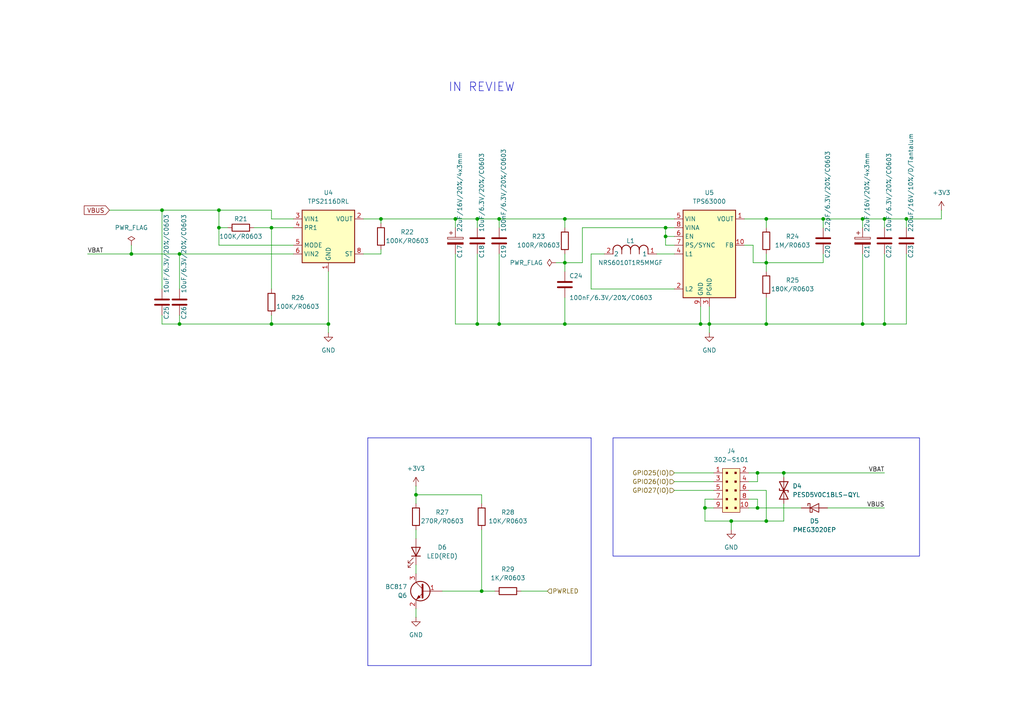
<source format=kicad_sch>
(kicad_sch (version 20231120) (generator "eeschema") (generator_version "8.0")
  (paper "A4")
  (title_block (title "ESP32 embedded application") (date "2024-10-26") (rev "C") (comment 1 "Author: Nicolae-Andrei Prodan") (comment 2 "ESP32 embedded hardware application"))
  (lib_symbols
    (symbol "2024-10-22_19-12-48:NRS6010T1R5MMGF" (pin_names (offset 0.254))
      (property "Reference" "L" (at 6.985 5.08 0))
      (property "Value" "NRS6010T1R5MMGF" (at 6.985 -2.54 0))
      (symbol "NRS6010T1R5MMGF_1_1"
        (polyline (pts (xy 2.54 0) (xy 2.54 1.27)) (stroke (width 0.2032)))
        (polyline (pts (xy 5.08 0) (xy 5.08 1.27)) (stroke (width 0.2032)))
        (polyline (pts (xy 7.62 0) (xy 7.62 1.27)) (stroke (width 0.2032)))
        (polyline (pts (xy 10.16 0) (xy 10.16 1.27)) (stroke (width 0.2032)))
        (polyline (pts (xy 12.7 0) (xy 12.7 1.27)) (stroke (width 0.2032)))
        (arc (start 5.08 1.27) (mid 3.81 2.5344) (end 2.54 1.27) (stroke (width 0.254)))
        (arc (start 7.62 1.27) (mid 6.35 2.5344) (end 5.08 1.27) (stroke (width 0.254)))
        (arc (start 10.16 1.27) (mid 8.89 2.5344) (end 7.62 1.27) (stroke (width 0.254)))
        (arc (start 12.7 1.27) (mid 11.43 2.5344) (end 10.16 1.27) (stroke (width 0.254)))
        (pin bidirectional line (at 15.24 0 180) (length 2.54) (name "1") (number "1"))
        (pin bidirectional line (at 0 0 0) (length 2.54) (name "2") (number "2"))
      )
      (symbol "NRS6010T1R5MMGF_1_2"
        (arc (start -1.27 5.08) (mid -2.5344 3.81) (end -1.27 2.54) (stroke (width 0.254)))
        (arc (start -1.27 7.62) (mid -2.5344 6.35) (end -1.27 5.08) (stroke (width 0.254)))
        (arc (start -1.27 10.16) (mid -2.5344 8.89) (end -1.27 7.62) (stroke (width 0.254)))
        (arc (start -1.27 12.7) (mid -2.5344 11.43) (end -1.27 10.16) (stroke (width 0.254)))
        (polyline (pts (xy 0 2.54) (xy -1.27 2.54)) (stroke (width 0.2032)))
        (polyline (pts (xy 0 5.08) (xy -1.27 5.08)) (stroke (width 0.2032)))
        (polyline (pts (xy 0 7.62) (xy -1.27 7.62)) (stroke (width 0.2032)))
        (polyline (pts (xy 0 10.16) (xy -1.27 10.16)) (stroke (width 0.2032)))
        (polyline (pts (xy 0 12.7) (xy -1.27 12.7)) (stroke (width 0.2032)))
        (pin unspecified line (at 0 15.24 270) (length 2.54) (name "1") (number "1"))
        (pin unspecified line (at 0 0 90) (length 2.54) (name "2") (number "2"))
      )
    )
    (symbol "Device:C" (pin_numbers hide) (pin_names (offset 0.254))
      (property "Reference" "C" (at 0.635 2.54 0))
      (property "Value" "C" (at 0.635 -2.54 0))
      (symbol "C_0_1"
        (polyline (pts (xy -2.032 -0.762) (xy 2.032 -0.762)) (stroke (width 0.508)))
        (polyline (pts (xy -2.032 0.762) (xy 2.032 0.762)) (stroke (width 0.508)))
      )
      (symbol "C_1_1"
        (pin passive line (at 0 3.81 270) (length 2.794) (name "~") (number "1"))
        (pin passive line (at 0 -3.81 90) (length 2.794) (name "~") (number "2"))
      )
    )
    (symbol "Device:C_Polarized" (pin_numbers hide) (pin_names (offset 0.254))
      (property "Reference" "C" (at 0.635 2.54 0))
      (property "Value" "C_Polarized" (at 0.635 -2.54 0))
      (symbol "C_Polarized_0_1"
        (rectangle (start -2.286 0.508) (end 2.286 1.016))
        (polyline (pts (xy -1.778 2.286) (xy -0.762 2.286)))
        (polyline (pts (xy -1.27 2.794) (xy -1.27 1.778)))
        (rectangle (start 2.286 -0.508) (end -2.286 -1.016) (fill (type outline)))
      )
      (symbol "C_Polarized_1_1"
        (pin passive line (at 0 3.81 270) (length 2.794) (name "~") (number "1"))
        (pin passive line (at 0 -3.81 90) (length 2.794) (name "~") (number "2"))
      )
    )
    (symbol "Device:LED" (pin_numbers hide) (pin_names (offset 1.016) hide)
      (property "Reference" "D" (at 0 2.54 0))
      (property "Value" "LED" (at 0 -2.54 0))
      (symbol "LED_0_1"
        (polyline (pts (xy -1.27 -1.27) (xy -1.27 1.27)) (stroke (width 0.254)))
        (polyline (pts (xy -1.27 0) (xy 1.27 0)))
        (polyline (pts (xy 1.27 -1.27) (xy 1.27 1.27) (xy -1.27 0) (xy 1.27 -1.27)) (stroke (width 0.254)))
        (polyline (pts (xy -3.048 -0.762) (xy -4.572 -2.286) (xy -3.81 -2.286) (xy -4.572 -2.286) (xy -4.572 -1.524)))
        (polyline (pts (xy -1.778 -0.762) (xy -3.302 -2.286) (xy -2.54 -2.286) (xy -3.302 -2.286) (xy -3.302 -1.524)))
      )
      (symbol "LED_1_1"
        (pin passive line (at -3.81 0 0) (length 2.54) (name "K") (number "1"))
        (pin passive line (at 3.81 0 180) (length 2.54) (name "A") (number "2"))
      )
    )
    (symbol "Device:R" (pin_numbers hide) (pin_names (offset 0))
      (property "Reference" "R" (at 2.032 0 90))
      (property "Value" "R" (at 0 0 90))
      (symbol "R_0_1"
        (rectangle (start -1.016 -2.54) (end 1.016 2.54) (stroke (width 0.254)))
      )
      (symbol "R_1_1"
        (pin passive line (at 0 3.81 270) (length 1.27) (name "~") (number "1"))
        (pin passive line (at 0 -3.81 90) (length 1.27) (name "~") (number "2"))
      )
    )
    (symbol "Diode:PMEG3020ER" (pin_numbers hide) (pin_names hide)
      (property "Reference" "D" (at 0 2.54 0))
      (property "Value" "PMEG3020ER" (at 0 -2.54 0))
      (symbol "PMEG3020ER_0_1"
        (polyline (pts (xy 1.27 0) (xy -1.27 0)))
        (polyline (pts (xy 1.27 1.27) (xy 1.27 -1.27) (xy -1.27 0) (xy 1.27 1.27)) (stroke (width 0.2032)))
        (polyline (pts (xy -1.905 0.635) (xy -1.905 1.27) (xy -1.27 1.27) (xy -1.27 -1.27) (xy -0.635 -1.27) (xy -0.635 -0.635)) (stroke (width 0.2032)))
      )
      (symbol "PMEG3020ER_1_1"
        (pin passive line (at -3.81 0 0) (length 2.54) (name "K") (number "1"))
        (pin passive line (at 3.81 0 180) (length 2.54) (name "A") (number "2"))
      )
    )
    (symbol "Power_Management:TPS2116DRL"
      (property "Reference" "U" (at -7.874 9.144 0))
      (property "Value" "TPS2116DRL" (at 0.508 -8.89 0))
      (symbol "TPS2116DRL_0_1"
        (rectangle (start -7.62 7.62) (end 7.62 -7.62) (stroke (width 0.254)) (fill (type background)))
      )
      (symbol "TPS2116DRL_1_0"
        (pin power_out line (at 10.16 5.08 180) (length 2.54) hide (name "VOUT") (number "7"))
      )
      (symbol "TPS2116DRL_1_1"
        (pin power_in line (at 0 -10.16 90) (length 2.54) (name "GND") (number "1"))
        (pin power_out line (at 10.16 5.08 180) (length 2.54) (name "VOUT") (number "2"))
        (pin power_in line (at -10.16 5.08 0) (length 2.54) (name "VIN1") (number "3"))
        (pin input line (at -10.16 2.54 0) (length 2.54) (name "PR1") (number "4"))
        (pin input line (at -10.16 -2.54 0) (length 2.54) (name "MODE") (number "5"))
        (pin power_in line (at -10.16 -5.08 0) (length 2.54) (name "VIN2") (number "6"))
        (pin open_collector line (at 10.16 -5.08 180) (length 2.54) (name "ST") (number "8"))
      )
    )
    (symbol "Regulator_Switching:TPS63000"
      (property "Reference" "U" (at -7.62 13.97 0))
      (property "Value" "TPS63000" (at 5.08 13.97 0))
      (symbol "TPS63000_0_1"
        (rectangle (start -7.62 12.7) (end 7.62 -12.7) (stroke (width 0.254)) (fill (type background)))
      )
      (symbol "TPS63000_1_1"
        (pin power_out line (at 10.16 10.16 180) (length 2.54) (name "VOUT") (number "1"))
        (pin input line (at 10.16 2.54 180) (length 2.54) (name "FB") (number "10"))
        (pin passive line (at 0 -15.24 90) (length 2.54) hide (name "PGND") (number "11"))
        (pin input line (at -10.16 -10.16 0) (length 2.54) (name "L2") (number "2"))
        (pin power_in line (at 0 -15.24 90) (length 2.54) (name "PGND") (number "3"))
        (pin input line (at -10.16 0 0) (length 2.54) (name "L1") (number "4"))
        (pin power_in line (at -10.16 10.16 0) (length 2.54) (name "VIN") (number "5"))
        (pin input line (at -10.16 5.08 0) (length 2.54) (name "EN") (number "6"))
        (pin input line (at -10.16 2.54 0) (length 2.54) (name "PS/SYNC") (number "7"))
        (pin power_in line (at -10.16 7.62 0) (length 2.54) (name "VINA") (number "8"))
        (pin power_in line (at -2.54 -15.24 90) (length 2.54) (name "GND") (number "9"))
      )
    )
    (symbol "SparkFun-DiscreteSemi:D_TVS" (pin_numbers hide) (pin_names (offset 1.016) hide)
      (property "Reference" "D" (at 0 2.54 0))
      (property "Value" "TVS" (at 0 -2.54 0))
      (symbol "D_TVS_0_1"
        (polyline (pts (xy 1.27 0) (xy -1.27 0)))
        (polyline (pts (xy 0.508 1.27) (xy 0 1.27) (xy 0 -1.27) (xy -0.508 -1.27)) (stroke (width 0.254)))
        (polyline (pts (xy -2.54 1.27) (xy -2.54 -1.27) (xy 2.54 1.27) (xy 2.54 -1.27) (xy -2.54 1.27)) (stroke (width 0.254)))
      )
      (symbol "D_TVS_1_1"
        (pin passive line (at -3.81 0 0) (length 2.54) (name "A1") (number "1"))
        (pin passive line (at 3.81 0 180) (length 2.54) (name "A2") (number "2"))
      )
    )
    (symbol "Transistor_BJT:BC817" (pin_names (offset 0) hide)
      (property "Reference" "Q" (at 5.08 1.905 0))
      (property "Value" "BC817" (at 5.08 0 0))
      (symbol "BC817_0_1"
        (polyline (pts (xy 0.635 0.635) (xy 2.54 2.54)))
        (polyline (pts (xy 0.635 -0.635) (xy 2.54 -2.54) (xy 2.54 -2.54)))
        (polyline (pts (xy 0.635 1.905) (xy 0.635 -1.905) (xy 0.635 -1.905)) (stroke (width 0.508)))
        (polyline (pts (xy 1.27 -1.778) (xy 1.778 -1.27) (xy 2.286 -2.286) (xy 1.27 -1.778) (xy 1.27 -1.778)) (fill (type outline)))
        (circle (center 1.27 0) (radius 2.8194) (stroke (width 0.254)))
      )
      (symbol "BC817_1_1"
        (pin input line (at -5.08 0 0) (length 5.715) (name "B") (number "1"))
        (pin passive line (at 2.54 -5.08 90) (length 2.54) (name "E") (number "2"))
        (pin passive line (at 2.54 5.08 270) (length 2.54) (name "C") (number "3"))
      )
    )
    (symbol "dk_Rectangular-Connectors-Headers-Male-Pins:302-S101" (pin_names (offset 1.016))
      (property "Reference" "J" (at -2.54 7.62 0))
      (property "Value" "302-S101" (at 0 -7.62 0))
      (symbol "302-S101_1_1"
        (rectangle (start -2.54 6.35) (end 2.54 -6.35) (fill (type background)))
        (rectangle (start -1.524 -4.826) (end -1.016 -5.334) (fill (type outline)))
        (rectangle (start -1.524 -2.286) (end -1.016 -2.794) (fill (type outline)))
        (rectangle (start -1.524 0.254) (end -1.016 -0.254) (fill (type outline)))
        (rectangle (start -1.524 2.794) (end -1.016 2.286) (fill (type outline)))
        (rectangle (start -1.524 5.334) (end -1.016 4.826) (fill (type outline)))
        (rectangle (start 1.016 -4.826) (end 1.524 -5.334) (fill (type outline)))
        (rectangle (start 1.016 -2.286) (end 1.524 -2.794) (fill (type outline)))
        (rectangle (start 1.016 0.254) (end 1.524 -0.254) (fill (type outline)))
        (rectangle (start 1.016 2.794) (end 1.524 2.286) (fill (type outline)))
        (rectangle (start 1.016 5.334) (end 1.524 4.826) (fill (type outline)))
        (pin passive line (at -5.08 5.08 0) (length 2.54) (name "~") (number "1"))
        (pin passive line (at 5.08 -5.08 180) (length 2.54) (name "~") (number "10"))
        (pin passive line (at 5.08 5.08 180) (length 2.54) (name "~") (number "2"))
        (pin passive line (at -5.08 2.54 0) (length 2.54) (name "~") (number "3"))
        (pin passive line (at 5.08 2.54 180) (length 2.54) (name "~") (number "4"))
        (pin passive line (at -5.08 0 0) (length 2.54) (name "~") (number "5"))
        (pin passive line (at 5.08 0 180) (length 2.54) (name "~") (number "6"))
        (pin passive line (at -5.08 -2.54 0) (length 2.54) (name "~") (number "7"))
        (pin passive line (at 5.08 -2.54 180) (length 2.54) (name "~") (number "8"))
        (pin passive line (at -5.08 -5.08 0) (length 2.54) (name "~") (number "9"))
      )
    )
    (symbol "power:+3V3" (power) (pin_numbers hide) (pin_names (offset 0) hide)
      (property "Value" "+3V3" (at 0 3.556 0))
      (symbol "+3V3_0_1"
        (polyline (pts (xy -0.762 1.27) (xy 0 2.54)))
        (polyline (pts (xy 0 0) (xy 0 2.54)))
        (polyline (pts (xy 0 2.54) (xy 0.762 1.27)))
      )
      (symbol "+3V3_1_1"
        (pin power_in line (at 0 0 90) (length 0) (name "~") (number "1"))
      )
    )
    (symbol "power:GND" (power) (pin_numbers hide) (pin_names (offset 0) hide)
      (property "Value" "GND" (at 0 -3.81 0))
      (symbol "GND_0_1"
        (polyline (pts (xy 0 0) (xy 0 -1.27) (xy 1.27 -1.27) (xy 0 -2.54) (xy -1.27 -1.27) (xy 0 -1.27)))
      )
      (symbol "GND_1_1"
        (pin power_in line (at 0 0 270) (length 0) (name "~") (number "1"))
      )
    )
    (symbol "power:PWR_FLAG" (power) (pin_numbers hide) (pin_names (offset 0) hide)
      (property "Value" "PWR_FLAG" (at 0 3.81 0))
      (symbol "PWR_FLAG_0_0"
        (pin power_out line (at 0 0 90) (length 0) (name "~") (number "1"))
      )
      (symbol "PWR_FLAG_0_1"
        (polyline (pts (xy 0 0) (xy 0 1.27) (xy -1.016 1.905) (xy 0 2.54) (xy 1.016 1.905) (xy 0 1.27)))
      )
    )
  )
  (junction (at 250.19 63.5))
  (junction (at 163.83 76.2))
  (junction (at 256.54 63.5))
  (junction (at 110.49 63.5))
  (junction (at 193.04 66.04))
  (junction (at 120.65 143.51))
  (junction (at 52.07 93.98))
  (junction (at 212.09 151.13))
  (junction (at 205.74 93.98))
  (junction (at 144.78 93.98))
  (junction (at 52.07 73.66))
  (junction (at 78.74 93.98))
  (junction (at 262.89 63.5))
  (junction (at 222.25 151.13))
  (junction (at 144.78 63.5))
  (junction (at 250.19 93.98))
  (junction (at 238.76 63.5))
  (junction (at 63.5 66.04))
  (junction (at 138.43 63.5))
  (junction (at 38.1 73.66))
  (junction (at 163.83 93.98))
  (junction (at 222.25 63.5))
  (junction (at 138.43 93.98))
  (junction (at 132.08 63.5))
  (junction (at 95.25 93.98))
  (junction (at 78.74 66.04))
  (junction (at 193.04 68.58))
  (junction (at 63.5 60.96))
  (junction (at 204.47 147.32))
  (junction (at 222.25 76.2))
  (junction (at 163.83 63.5))
  (junction (at 219.71 137.16))
  (junction (at 222.25 93.98))
  (junction (at 227.33 137.16))
  (junction (at 219.71 147.32))
  (junction (at 139.7 171.45))
  (junction (at 46.99 60.96))
  (junction (at 203.2 93.98))
  (junction (at 256.54 93.98))
  (wire (pts (xy 132.08 63.5) (xy 138.43 63.5)))
  (wire (pts (xy 212.09 151.13) (xy 212.09 153.67)))
  (wire (pts (xy 250.19 93.98) (xy 256.54 93.98)))
  (wire (pts (xy 73.66 66.04) (xy 78.74 66.04)))
  (wire (pts (xy 128.27 171.45) (xy 139.7 171.45)))
  (wire (pts (xy 215.9 71.12) (xy 218.44 71.12)))
  (wire (pts (xy 203.2 93.98) (xy 205.74 93.98)))
  (wire (pts (xy 46.99 93.98) (xy 52.07 93.98)))
  (wire (pts (xy 168.91 76.2) (xy 168.91 66.04)))
  (wire (pts (xy 175.26 73.66) (xy 171.45 73.66)))
  (wire (pts (xy 227.33 146.05) (xy 227.33 151.13)))
  (wire (pts (xy 207.01 144.78) (xy 204.47 144.78)))
  (wire (pts (xy 204.47 144.78) (xy 204.47 147.32)))
  (wire (pts (xy 144.78 63.5) (xy 163.83 63.5)))
  (wire (pts (xy 193.04 68.58) (xy 195.58 68.58)))
  (wire (pts (xy 138.43 93.98) (xy 144.78 93.98)))
  (wire (pts (xy 250.19 63.5) (xy 250.19 66.04)))
  (wire (pts (xy 193.04 66.04) (xy 193.04 68.58)))
  (wire (pts (xy 203.2 88.9) (xy 203.2 93.98)))
  (wire (pts (xy 171.45 73.66) (xy 171.45 83.82)))
  (wire (pts (xy 222.25 63.5) (xy 238.76 63.5)))
  (wire (pts (xy 262.89 63.5) (xy 273.05 63.5)))
  (wire (pts (xy 219.71 139.7) (xy 219.71 137.16)))
  (wire (pts (xy 256.54 93.98) (xy 256.54 73.66)))
  (wire (pts (xy 171.45 83.82) (xy 195.58 83.82)))
  (wire (pts (xy 138.43 63.5) (xy 138.43 66.04)))
  (wire (pts (xy 238.76 63.5) (xy 250.19 63.5)))
  (wire (pts (xy 52.07 93.98) (xy 52.07 91.44)))
  (wire (pts (xy 222.25 76.2) (xy 222.25 78.74)))
  (wire (pts (xy 110.49 73.66) (xy 110.49 72.39)))
  (wire (pts (xy 161.29 76.2) (xy 163.83 76.2)))
  (wire (pts (xy 217.17 144.78) (xy 219.71 144.78)))
  (wire (pts (xy 78.74 66.04) (xy 78.74 83.82)))
  (wire (pts (xy 38.1 73.66) (xy 52.07 73.66)))
  (polyline (pts (xy 106.68 193.04) (xy 106.68 127)))
  (wire (pts (xy 110.49 63.5) (xy 132.08 63.5)))
  (wire (pts (xy 227.33 137.16) (xy 256.54 137.16)))
  (wire (pts (xy 204.47 151.13) (xy 212.09 151.13)))
  (polyline (pts (xy 106.68 193.04) (xy 171.45 193.04)))
  (wire (pts (xy 227.33 137.16) (xy 227.33 138.43)))
  (wire (pts (xy 212.09 151.13) (xy 222.25 151.13)))
  (wire (pts (xy 222.25 86.36) (xy 222.25 93.98)))
  (wire (pts (xy 105.41 73.66) (xy 110.49 73.66)))
  (wire (pts (xy 205.74 93.98) (xy 205.74 96.52)))
  (wire (pts (xy 63.5 60.96) (xy 63.5 66.04)))
  (wire (pts (xy 25.4 73.66) (xy 38.1 73.66)))
  (wire (pts (xy 78.74 93.98) (xy 95.25 93.98)))
  (wire (pts (xy 139.7 171.45) (xy 143.51 171.45)))
  (wire (pts (xy 66.04 66.04) (xy 63.5 66.04)))
  (wire (pts (xy 204.47 147.32) (xy 204.47 151.13)))
  (wire (pts (xy 120.65 176.53) (xy 120.65 179.07)))
  (wire (pts (xy 120.65 163.83) (xy 120.65 166.37)))
  (wire (pts (xy 256.54 63.5) (xy 262.89 63.5)))
  (wire (pts (xy 158.75 171.45) (xy 151.13 171.45)))
  (wire (pts (xy 46.99 60.96) (xy 63.5 60.96)))
  (wire (pts (xy 195.58 139.7) (xy 207.01 139.7)))
  (wire (pts (xy 163.83 76.2) (xy 168.91 76.2)))
  (polyline (pts (xy 106.68 127) (xy 171.45 127)))
  (wire (pts (xy 132.08 63.5) (xy 132.08 66.04)))
  (wire (pts (xy 52.07 73.66) (xy 52.07 83.82)))
  (wire (pts (xy 222.25 63.5) (xy 222.25 66.04)))
  (wire (pts (xy 144.78 73.66) (xy 144.78 93.98)))
  (wire (pts (xy 46.99 91.44) (xy 46.99 93.98)))
  (wire (pts (xy 95.25 93.98) (xy 95.25 96.52)))
  (wire (pts (xy 262.89 93.98) (xy 256.54 93.98)))
  (wire (pts (xy 78.74 66.04) (xy 85.09 66.04)))
  (wire (pts (xy 190.5 73.66) (xy 195.58 73.66)))
  (wire (pts (xy 250.19 63.5) (xy 256.54 63.5)))
  (wire (pts (xy 132.08 93.98) (xy 138.43 93.98)))
  (wire (pts (xy 222.25 76.2) (xy 238.76 76.2)))
  (wire (pts (xy 238.76 63.5) (xy 238.76 66.04)))
  (wire (pts (xy 78.74 60.96) (xy 78.74 63.5)))
  (wire (pts (xy 144.78 63.5) (xy 144.78 66.04)))
  (wire (pts (xy 163.83 63.5) (xy 163.83 66.04)))
  (wire (pts (xy 52.07 73.66) (xy 85.09 73.66)))
  (wire (pts (xy 38.1 71.12) (xy 38.1 73.66)))
  (wire (pts (xy 63.5 60.96) (xy 78.74 60.96)))
  (wire (pts (xy 217.17 137.16) (xy 219.71 137.16)))
  (wire (pts (xy 78.74 93.98) (xy 52.07 93.98)))
  (wire (pts (xy 163.83 76.2) (xy 163.83 78.74)))
  (wire (pts (xy 139.7 146.05) (xy 139.7 143.51)))
  (wire (pts (xy 163.83 63.5) (xy 195.58 63.5)))
  (wire (pts (xy 219.71 147.32) (xy 232.41 147.32)))
  (wire (pts (xy 144.78 93.98) (xy 163.83 93.98)))
  (wire (pts (xy 262.89 73.66) (xy 262.89 93.98)))
  (wire (pts (xy 256.54 63.5) (xy 256.54 66.04)))
  (wire (pts (xy 205.74 93.98) (xy 222.25 93.98)))
  (wire (pts (xy 163.83 86.36) (xy 163.83 93.98)))
  (wire (pts (xy 219.71 147.32) (xy 219.71 144.78)))
  (wire (pts (xy 240.03 147.32) (xy 256.54 147.32)))
  (wire (pts (xy 78.74 63.5) (xy 85.09 63.5)))
  (wire (pts (xy 222.25 93.98) (xy 250.19 93.98)))
  (wire (pts (xy 262.89 63.5) (xy 262.89 66.04)))
  (wire (pts (xy 195.58 142.24) (xy 207.01 142.24)))
  (wire (pts (xy 195.58 137.16) (xy 207.01 137.16)))
  (wire (pts (xy 163.83 73.66) (xy 163.83 76.2)))
  (wire (pts (xy 138.43 73.66) (xy 138.43 93.98)))
  (wire (pts (xy 204.47 147.32) (xy 207.01 147.32)))
  (wire (pts (xy 215.9 63.5) (xy 222.25 63.5)))
  (wire (pts (xy 105.41 63.5) (xy 110.49 63.5)))
  (wire (pts (xy 222.25 151.13) (xy 227.33 151.13)))
  (wire (pts (xy 31.75 60.96) (xy 46.99 60.96)))
  (wire (pts (xy 110.49 63.5) (xy 110.49 64.77)))
  (wire (pts (xy 238.76 73.66) (xy 238.76 76.2)))
  (wire (pts (xy 193.04 68.58) (xy 193.04 71.12)))
  (wire (pts (xy 78.74 91.44) (xy 78.74 93.98)))
  (wire (pts (xy 168.91 66.04) (xy 193.04 66.04)))
  (wire (pts (xy 222.25 142.24) (xy 222.25 151.13)))
  (wire (pts (xy 273.05 60.96) (xy 273.05 63.5)))
  (wire (pts (xy 85.09 71.12) (xy 63.5 71.12)))
  (wire (pts (xy 250.19 73.66) (xy 250.19 93.98)))
  (wire (pts (xy 217.17 139.7) (xy 219.71 139.7)))
  (wire (pts (xy 120.65 143.51) (xy 139.7 143.51)))
  (wire (pts (xy 120.65 140.97) (xy 120.65 143.51)))
  (wire (pts (xy 219.71 137.16) (xy 227.33 137.16)))
  (wire (pts (xy 163.83 93.98) (xy 203.2 93.98)))
  (wire (pts (xy 222.25 76.2) (xy 222.25 73.66)))
  (wire (pts (xy 138.43 63.5) (xy 144.78 63.5)))
  (wire (pts (xy 120.65 153.67) (xy 120.65 156.21)))
  (wire (pts (xy 222.25 76.2) (xy 218.44 76.2)))
  (wire (pts (xy 218.44 76.2) (xy 218.44 71.12)))
  (polyline (pts (xy 171.45 127) (xy 171.45 193.04)))
  (wire (pts (xy 217.17 147.32) (xy 219.71 147.32)))
  (wire (pts (xy 139.7 153.67) (xy 139.7 171.45)))
  (wire (pts (xy 63.5 71.12) (xy 63.5 66.04)))
  (wire (pts (xy 132.08 73.66) (xy 132.08 93.98)))
  (wire (pts (xy 205.74 88.9) (xy 205.74 93.98)))
  (wire (pts (xy 95.25 93.98) (xy 95.25 78.74)))
  (wire (pts (xy 193.04 71.12) (xy 195.58 71.12)))
  (wire (pts (xy 120.65 143.51) (xy 120.65 146.05)))
  (wire (pts (xy 46.99 60.96) (xy 46.99 83.82)))
  (wire (pts (xy 217.17 142.24) (xy 222.25 142.24)))
  (wire (pts (xy 193.04 66.04) (xy 195.58 66.04)))
  (rectangle (start 177.8 127) (end 266.7 161.29))
  (text "IN REVIEW" (at 139.7 25.4 0) (effects (font (size 2.54 2.54))))
  (label "VBAT" (at 256.54 137.16 180))
  (label "VBAT" (at 25.4 73.66 0))
  (label "VBUS" (at 256.54 147.32 180))
  (global_label "VBUS" (shape input) (at 31.75 60.96 180) (property "Intersheetrefs" "${INTERSHEET_REFS}" (effects (hide yes))))
  (hierarchical_label "PWRLED" (shape input) (at 158.75 171.45 0))
  (hierarchical_label "GPIO25(IO)" (shape input) (at 195.58 137.16 180))
  (hierarchical_label "GPIO26(IO)" (shape input) (at 195.58 139.7 180))
  (hierarchical_label "GPIO27(IO)" (shape input) (at 195.58 142.24 180))
  (symbol (lib_id "power:+3V3") (at 120.65 140.97 0) (mirror y) (unit 1)
    (property "Reference" "#PWR024" (effects (hide yes)))
    (property "Value" "+3V3" (at 120.65 135.89 0))
    (property "Description" "Power symbol creates a global label with name \"+3V3\"" (effects (hide yes)))
  )
  (symbol (lib_id "power:GND") (at 120.65 179.07 0) (mirror y) (unit 1)
    (property "Reference" "#PWR026" (effects (hide yes)))
    (property "Value" "GND" (at 120.65 184.15 0))
    (property "Description" "Power symbol creates a global label with name \"GND\" , ground" (effects (hide yes)))
  )
  (symbol (lib_id "Device:R") (at 147.32 171.45 90) (mirror x) (unit 1)
    (property "Reference" "R29" (at 147.32 165.1 90))
    (property "Value" "1K/R0603" (at 147.32 167.64 90))
    (property "Footprint" "Resistor_SMD:R_0603_1608Metric_Pad0.98x0.95mm_HandSolder" (effects (hide yes)))
    (property "Description" "Resistor" (effects (hide yes)))
  )
  (symbol (lib_id "Device:C") (at 46.99 87.63 0) (unit 1)
    (property "Reference" "C25" (at 48.26 92.71 90) (effects (justify left)))
    (property "Value" "10uF/6.3V/20%/C0603" (at 48.26 85.09 90) (effects (justify left)))
    (property "Footprint" "Capacitor_SMD:C_0603_1608Metric_Pad1.08x0.95mm_HandSolder" (effects (hide yes)))
    (property "Description" "Unpolarized capacitor" (effects (hide yes)))
  )
  (symbol (lib_id "Device:C_Polarized") (at 132.08 69.85 0) (unit 1)
    (property "Reference" "C17" (at 133.35 74.93 90) (effects (justify left)))
    (property "Value" "22uF/16V/20%/4x3mm" (at 133.35 67.31 90) (effects (justify left)))
    (property "Footprint" "Capacitor_SMD:CP_Elec_4x3" (effects (hide yes)))
    (property "Description" "Polarized capacitor" (effects (hide yes)))
  )
  (symbol (lib_id "Device:R") (at 110.49 68.58 0) (unit 1)
    (property "Reference" "R22" (at 118.11 67.31 0))
    (property "Value" "100K/R0603" (at 118.11 69.85 0))
    (property "Footprint" "Resistor_SMD:R_0603_1608Metric_Pad0.98x0.95mm_HandSolder" (effects (hide yes)))
    (property "Description" "Resistor" (effects (hide yes)))
  )
  (symbol (lib_id "power:PWR_FLAG") (at 161.29 76.2 90) (unit 1)
    (property "Reference" "#FLG04" (effects (hide yes)))
    (property "Value" "PWR_FLAG" (at 157.48 76.1999 90) (effects (justify left)))
    (property "Description" "Special symbol for telling ERC where power comes from" (effects (hide yes)))
  )
  (symbol (lib_id "Device:C") (at 144.78 69.85 0) (unit 1)
    (property "Reference" "C19" (at 146.05 74.93 90) (effects (justify left)))
    (property "Value" "100nF/6.3V/20%/C0603" (at 146.05 67.31 90) (effects (justify left)))
    (property "Footprint" "Capacitor_SMD:C_0603_1608Metric_Pad1.08x0.95mm_HandSolder" (effects (hide yes)))
    (property "Description" "Unpolarized capacitor" (effects (hide yes)))
  )
  (symbol (lib_id "Regulator_Switching:TPS63000") (at 205.74 73.66 0) (unit 1)
    (property "Reference" "U5" (at 205.74 55.88 0))
    (property "Value" "TPS63000" (at 205.74 58.42 0))
    (property "Footprint" "Package_SON:Texas_DRC0010J_ThermalVias" (effects (hide yes)))
    (property "Datasheet" "http://www.ti.com/lit/ds/symlink/tps63000.pdf" (effects (hide yes)))
    (property "Description" "Buck-Boost Converter, 1.8-5.5V Input Voltage, 1.8A Switch Current, Adjustable 1.2-5.5V Output Voltage, VSON-10" (effects (hide yes)))
  )
  (symbol (lib_id "Power_Management:TPS2116DRL") (at 95.25 68.58 0) (unit 1)
    (property "Reference" "U4" (at 95.25 55.88 0))
    (property "Value" "TPS2116DRL" (at 95.25 58.42 0))
    (property "Footprint" "Package_TO_SOT_SMD:SOT-583-8" (effects (hide yes)))
    (property "Datasheet" "https://www.ti.com/lit/ds/symlink/tps2116.pdf" (effects (hide yes)))
    (property "Description" "2 Channnels Power Mux with Manual and Priority Switchover, 1.6-5.5V Input Voltage, 2.5A Output Current, Ron 40 mOhm, SOT-583-8" (effects (hide yes)))
  )
  (symbol (lib_id "SparkFun-DiscreteSemi:D_TVS") (at 227.33 142.24 90) (unit 1)
    (property "Reference" "D4" (at 229.87 140.97 90) (effects (justify right)))
    (property "Value" "PESD5V0C1BLS-QYL" (at 229.87 143.51 90) (effects (justify right)))
    (property "Footprint" "Diode_SMD:D_SOD-882" (effects (hide yes)))
    (property "Description" "Bidirectional transient-voltage-suppression diode" (effects (hide yes)))
    (property "PROD_ID" "IC-" (effects (hide yes)))
  )
  (symbol (lib_id "Diode:PMEG3020ER") (at 236.22 147.32 0) (unit 1)
    (property "Reference" "D5" (at 236.22 151.13 0))
    (property "Value" "PMEG3020EP" (at 236.22 153.67 0))
    (property "Footprint" "Diode_SMD:D_SOD-128" (effects (hide yes)))
    (property "Datasheet" "https://assets.nexperia.com/documents/data-sheet/PMEG3020EP.pdf" (effects (hide yes)))
    (property "Description" "30V, 2A low Vf MEGA Schottky barrier rectifier, SOD-123W" (effects (hide yes)))
  )
  (symbol (lib_id "Device:C") (at 52.07 87.63 0) (unit 1)
    (property "Reference" "C26" (at 53.34 92.71 90) (effects (justify left)))
    (property "Value" "10uF/6.3V/20%/C0603" (at 53.34 85.09 90) (effects (justify left)))
    (property "Footprint" "Capacitor_SMD:C_0603_1608Metric_Pad1.08x0.95mm_HandSolder" (effects (hide yes)))
    (property "Description" "Unpolarized capacitor" (effects (hide yes)))
  )
  (symbol (lib_id "Device:R") (at 139.7 149.86 0) (mirror y) (unit 1)
    (property "Reference" "R28" (at 147.32 148.59 0))
    (property "Value" "10K/R0603" (at 147.32 151.13 0))
    (property "Footprint" "Resistor_SMD:R_0603_1608Metric_Pad0.98x0.95mm_HandSolder" (effects (hide yes)))
    (property "Description" "Resistor" (effects (hide yes)))
  )
  (symbol (lib_id "power:GND") (at 212.09 153.67 0) (unit 1)
    (property "Reference" "#PWR025" (effects (hide yes)))
    (property "Value" "GND" (at 212.09 158.75 0))
    (property "Description" "Power symbol creates a global label with name \"GND\" , ground" (effects (hide yes)))
  )
  (symbol (lib_id "power:PWR_FLAG") (at 38.1 71.12 0) (unit 1)
    (property "Reference" "#FLG03" (effects (hide yes)))
    (property "Value" "PWR_FLAG" (at 38.1 66.04 0))
    (property "Description" "Special symbol for telling ERC where power comes from" (effects (hide yes)))
  )
  (symbol (lib_id "Device:R") (at 78.74 87.63 0) (unit 1)
    (property "Reference" "R26" (at 86.36 86.36 0))
    (property "Value" "100K/R0603" (at 86.36 88.9 0))
    (property "Footprint" "Resistor_SMD:R_0603_1608Metric_Pad0.98x0.95mm_HandSolder" (effects (hide yes)))
    (property "Description" "Resistor" (effects (hide yes)))
  )
  (symbol (lib_id "Device:C") (at 256.54 69.85 0) (unit 1)
    (property "Reference" "C22" (at 257.81 74.93 90) (effects (justify left)))
    (property "Value" "10uF/6.3V/20%/C0603" (at 257.81 67.31 90) (effects (justify left)))
    (property "Footprint" "Capacitor_SMD:C_0603_1608Metric_Pad1.08x0.95mm_HandSolder" (effects (hide yes)))
    (property "Description" "Unpolarized capacitor" (effects (hide yes)))
  )
  (symbol (lib_id "Device:C") (at 163.83 82.55 0) (unit 1)
    (property "Reference" "C24" (at 165.1 80.01 0) (effects (justify left)))
    (property "Value" "100nF/6.3V/20%/C0603" (at 165.1 86.36 0) (effects (justify left)))
    (property "Footprint" "Capacitor_SMD:C_0603_1608Metric_Pad1.08x0.95mm_HandSolder" (effects (hide yes)))
    (property "Description" "Unpolarized capacitor" (effects (hide yes)))
  )
  (symbol (lib_id "Device:C") (at 262.89 69.85 0) (unit 1)
    (property "Reference" "C23" (at 264.16 74.93 90) (effects (justify left)))
    (property "Value" "220uF/16V/10%/D/Tantalum" (at 264.16 67.31 90) (effects (justify left)))
    (property "Footprint" "Capacitor_Tantalum_SMD:CP_EIA-7343-31_Kemet-D_Pad2.25x2.55mm_HandSolder" (effects (hide yes)))
    (property "Description" "Unpolarized capacitor" (effects (hide yes)))
  )
  (symbol (lib_id "dk_Rectangular-Connectors-Headers-Male-Pins:302-S101") (at 212.09 142.24 0) (unit 1)
    (property "Reference" "J4" (at 212.09 130.81 0))
    (property "Value" "302-S101" (at 212.09 133.35 0))
    (property "Footprint" "digikey-footprints:PinHeader_2x5_P2.54mm_Drill1.2mm" (effects (hide yes)))
    (property "Datasheet" "http://www.on-shore.com/wp-content/uploads/2018/04/302-SXX1.pdf" (effects (hide yes)))
    (property "Description" "CONN HEADER VERT 10POS 2.54MM" (effects (hide yes)))
    (property "Digi-Key_PN" "ED1543-ND" (effects (hide yes)))
    (property "MPN" "302-S101" (effects (hide yes)))
    (property "Category" "Connectors, Interconnects" (effects (hide yes)))
    (property "Family" "Rectangular Connectors - Headers, Male Pins" (effects (hide yes)))
    (property "DK_Datasheet_Link" "http://www.on-shore.com/wp-content/uploads/2018/04/302-SXX1.pdf" (effects (hide yes)))
    (property "DK_Detail_Page" "/product-detail/en/on-shore-technology-inc/302-S101/ED1543-ND/2178422" (effects (hide yes)))
    (property "Description_1" "CONN HEADER VERT 10POS 2.54MM" (effects (hide yes)))
    (property "Manufacturer" "On Shore Technology Inc." (effects (hide yes)))
    (property "Status" "Active" (effects (hide yes)))
  )
  (symbol (lib_id "Transistor_BJT:BC817") (at 123.19 171.45 0) (mirror y) (unit 1)
    (property "Reference" "Q6" (at 118.11 172.72 0) (effects (justify left)))
    (property "Value" "BC817" (at 118.11 170.18 0) (effects (justify left)))
    (property "Footprint" "Package_TO_SOT_SMD:SOT-23" (effects (hide yes)))
    (property "Datasheet" "https://www.onsemi.com/pub/Collateral/BC818-D.pdf" (effects (hide yes)))
    (property "Description" "0.8A Ic, 45V Vce, NPN Transistor, SOT-23" (effects (hide yes)))
  )
  (symbol (lib_id "Device:C") (at 138.43 69.85 0) (unit 1)
    (property "Reference" "C18" (at 139.7 74.93 90) (effects (justify left)))
    (property "Value" "10uF/6.3V/20%/C0603" (at 139.7 67.31 90) (effects (justify left)))
    (property "Footprint" "Capacitor_SMD:C_0603_1608Metric_Pad1.08x0.95mm_HandSolder" (effects (hide yes)))
    (property "Description" "Unpolarized capacitor" (effects (hide yes)))
  )
  (symbol (lib_id "Device:R") (at 163.83 69.85 180) (unit 1)
    (property "Reference" "R23" (at 156.21 68.58 0))
    (property "Value" "100R/R0603" (at 156.21 71.12 0))
    (property "Footprint" "Resistor_SMD:R_0603_1608Metric_Pad0.98x0.95mm_HandSolder" (effects (hide yes)))
    (property "Description" "Resistor" (effects (hide yes)))
  )
  (symbol (lib_id "2024-10-22_19-12-48:NRS6010T1R5MMGF") (at 175.26 73.66 0) (unit 1)
    (property "Reference" "L1" (at 182.88 69.85 0))
    (property "Value" "NRS6010T1R5MMGF" (at 182.88 76.2 0))
    (property "Footprint" "footprints:IND_TAIYO_NRS6010_TAY" (effects (hide yes)))
    (property "Datasheet" "NRS6010T1R5MMGF" (effects (hide yes)))
  )
  (symbol (lib_id "Device:R") (at 69.85 66.04 270) (unit 1)
    (property "Reference" "R21" (at 69.85 63.5 90))
    (property "Value" "100K/R0603" (at 69.85 68.58 90))
    (property "Footprint" "Resistor_SMD:R_0603_1608Metric_Pad0.98x0.95mm_HandSolder" (effects (hide yes)))
    (property "Description" "Resistor" (effects (hide yes)))
  )
  (symbol (lib_id "power:GND") (at 205.74 96.52 0) (unit 1)
    (property "Reference" "#PWR023" (effects (hide yes)))
    (property "Value" "GND" (at 205.74 101.6 0))
    (property "Description" "Power symbol creates a global label with name \"GND\" , ground" (effects (hide yes)))
  )
  (symbol (lib_id "Device:R") (at 222.25 82.55 0) (mirror x) (unit 1)
    (property "Reference" "R25" (at 229.87 81.28 0))
    (property "Value" "180K/R0603" (at 229.87 83.82 0))
    (property "Footprint" "Resistor_SMD:R_0603_1608Metric_Pad0.98x0.95mm_HandSolder" (effects (hide yes)))
    (property "Description" "Resistor" (effects (hide yes)))
  )
  (symbol (lib_id "Device:C") (at 238.76 69.85 0) (unit 1)
    (property "Reference" "C20" (at 240.03 74.93 90) (effects (justify left)))
    (property "Value" "2.2pF/6.3V/20%/C0603" (at 240.03 67.31 90) (effects (justify left)))
    (property "Footprint" "Capacitor_SMD:C_0603_1608Metric_Pad1.08x0.95mm_HandSolder" (effects (hide yes)))
    (property "Description" "Unpolarized capacitor" (effects (hide yes)))
  )
  (symbol (lib_id "power:+3V3") (at 273.05 60.96 0) (unit 1)
    (property "Reference" "#PWR021" (effects (hide yes)))
    (property "Value" "+3V3" (at 273.05 55.88 0))
    (property "Description" "Power symbol creates a global label with name \"+3V3\"" (effects (hide yes)))
  )
  (symbol (lib_id "Device:LED") (at 120.65 160.02 270) (mirror x) (unit 1)
    (property "Reference" "D6" (at 128.27 158.75 90))
    (property "Value" "LED(RED)" (at 128.27 161.29 90))
    (property "Footprint" "LED_SMD:LED_0603_1608Metric_Pad1.05x0.95mm_HandSolder" (effects (hide yes)))
    (property "Description" "Light emitting diode" (effects (hide yes)))
  )
  (symbol (lib_id "power:GND") (at 95.25 96.52 0) (unit 1)
    (property "Reference" "#PWR022" (effects (hide yes)))
    (property "Value" "GND" (at 95.25 101.6 0))
    (property "Description" "Power symbol creates a global label with name \"GND\" , ground" (effects (hide yes)))
  )
  (symbol (lib_id "Device:R") (at 120.65 149.86 0) (mirror y) (unit 1)
    (property "Reference" "R27" (at 128.27 148.59 0))
    (property "Value" "270R/R0603" (at 128.27 151.13 0))
    (property "Footprint" "Resistor_SMD:R_0603_1608Metric_Pad0.98x0.95mm_HandSolder" (effects (hide yes)))
    (property "Description" "Resistor" (effects (hide yes)))
  )
  (symbol (lib_id "Device:R") (at 222.25 69.85 0) (mirror x) (unit 1)
    (property "Reference" "R24" (at 229.87 68.58 0))
    (property "Value" "1M/R0603" (at 229.87 71.12 0))
    (property "Footprint" "Resistor_SMD:R_0603_1608Metric_Pad0.98x0.95mm_HandSolder" (effects (hide yes)))
    (property "Description" "Resistor" (effects (hide yes)))
  )
  (symbol (lib_id "Device:C_Polarized") (at 250.19 69.85 0) (unit 1)
    (property "Reference" "C21" (at 251.46 74.93 90) (effects (justify left)))
    (property "Value" "22uF/16V/20%/4x3mm" (at 251.46 67.31 90) (effects (justify left)))
    (property "Footprint" "Capacitor_SMD:CP_Elec_4x3" (effects (hide yes)))
    (property "Description" "Polarized capacitor" (effects (hide yes)))
  )
)
</source>
